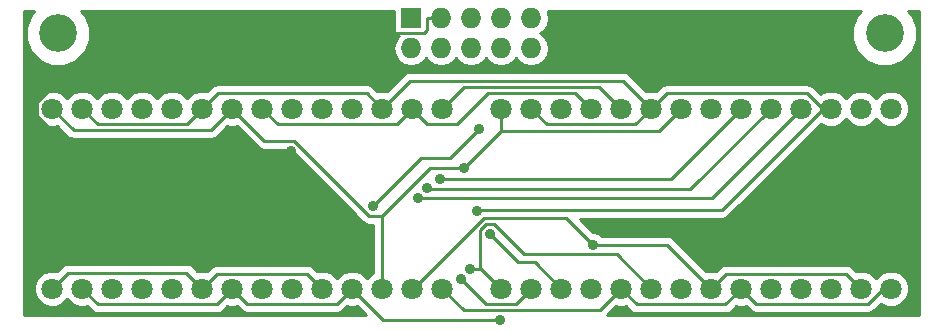
<source format=gtl>
%FSLAX34Y34*%
G04 Gerber Fmt 3.4, Leading zero omitted, Abs format*
G04 (created by PCBNEW (2014-04-07 BZR 4791)-product) date ons  9 apr 2014 20:42:48*
%MOIN*%
G01*
G70*
G90*
G04 APERTURE LIST*
%ADD10C,0.005906*%
%ADD11R,0.068000X0.068000*%
%ADD12O,0.068000X0.068000*%
%ADD13C,0.126000*%
%ADD14C,0.070866*%
%ADD15C,0.035000*%
%ADD16C,0.010000*%
G04 APERTURE END LIST*
G54D10*
G54D11*
X52724Y-34933D03*
G54D12*
X52724Y-35933D03*
X53724Y-34933D03*
X53724Y-35933D03*
X54724Y-34933D03*
X54724Y-35933D03*
X55724Y-34933D03*
X55724Y-35933D03*
X56724Y-34933D03*
X56724Y-35933D03*
G54D13*
X68503Y-35433D03*
X40944Y-35433D03*
G54D14*
X55716Y-43944D03*
X56716Y-43944D03*
X57716Y-43944D03*
X58716Y-43944D03*
X59716Y-43944D03*
X60716Y-43944D03*
X61716Y-43944D03*
X62716Y-43944D03*
X63716Y-43944D03*
X64716Y-43944D03*
X65716Y-43944D03*
X66716Y-43944D03*
X67716Y-43944D03*
X68716Y-43944D03*
X68716Y-37944D03*
X67716Y-37944D03*
X66716Y-37944D03*
X65716Y-37944D03*
X64716Y-37944D03*
X63716Y-37944D03*
X62716Y-37944D03*
X61716Y-37944D03*
X60716Y-37944D03*
X59716Y-37944D03*
X58716Y-37944D03*
X57716Y-37944D03*
X56716Y-37944D03*
X55716Y-37944D03*
X40755Y-43944D03*
X41755Y-43944D03*
X42755Y-43944D03*
X43755Y-43944D03*
X44755Y-43944D03*
X45755Y-43944D03*
X46755Y-43944D03*
X47755Y-43944D03*
X48755Y-43944D03*
X49755Y-43944D03*
X50755Y-43944D03*
X51755Y-43944D03*
X52755Y-43944D03*
X53755Y-43944D03*
X53755Y-37944D03*
X52755Y-37944D03*
X51755Y-37944D03*
X50755Y-37944D03*
X49755Y-37944D03*
X48755Y-37944D03*
X47755Y-37944D03*
X46755Y-37944D03*
X45755Y-37944D03*
X44755Y-37944D03*
X43755Y-37944D03*
X42755Y-37944D03*
X41755Y-37944D03*
X40755Y-37944D03*
G54D15*
X53666Y-40288D03*
X58772Y-42473D03*
X52947Y-40925D03*
X53258Y-40600D03*
X55338Y-42123D03*
X55678Y-44982D03*
X54369Y-43617D03*
X54688Y-43273D03*
X54899Y-41359D03*
X54472Y-39918D03*
X51454Y-41199D03*
X54989Y-38614D03*
X48702Y-39354D03*
G54D16*
X52242Y-38458D02*
X52755Y-37944D01*
X48269Y-38458D02*
X52242Y-38458D01*
X47755Y-37944D02*
X48269Y-38458D01*
X58198Y-37426D02*
X58716Y-37944D01*
X55272Y-37426D02*
X58198Y-37426D01*
X54247Y-38450D02*
X55272Y-37426D01*
X53261Y-38450D02*
X54247Y-38450D01*
X52755Y-37944D02*
X53261Y-38450D01*
X61372Y-40288D02*
X53666Y-40288D01*
X63716Y-37944D02*
X61372Y-40288D01*
X58997Y-37226D02*
X59716Y-37944D01*
X54474Y-37226D02*
X58997Y-37226D01*
X53755Y-37944D02*
X54474Y-37226D01*
X63221Y-43440D02*
X62716Y-43944D01*
X67212Y-43440D02*
X63221Y-43440D01*
X67716Y-43944D02*
X67212Y-43440D01*
X61245Y-42473D02*
X58772Y-42473D01*
X62716Y-43944D02*
X61245Y-42473D01*
X57877Y-41579D02*
X58772Y-42473D01*
X55139Y-41579D02*
X57877Y-41579D01*
X52773Y-43944D02*
X55139Y-41579D01*
X52755Y-43944D02*
X52773Y-43944D01*
X62735Y-40925D02*
X52947Y-40925D01*
X65716Y-37944D02*
X62735Y-40925D01*
X53292Y-40634D02*
X53258Y-40600D01*
X62027Y-40634D02*
X53292Y-40634D01*
X64716Y-37944D02*
X62027Y-40634D01*
X56281Y-43066D02*
X55338Y-42123D01*
X56838Y-43066D02*
X56281Y-43066D01*
X57716Y-43944D02*
X56838Y-43066D01*
X51793Y-44982D02*
X55678Y-44982D01*
X50755Y-43944D02*
X51793Y-44982D01*
X55209Y-44457D02*
X54369Y-43617D01*
X56203Y-44457D02*
X55209Y-44457D01*
X56716Y-43944D02*
X56203Y-44457D01*
X47261Y-44450D02*
X46755Y-43944D01*
X50250Y-44450D02*
X47261Y-44450D01*
X50755Y-43944D02*
X50250Y-44450D01*
X42277Y-44466D02*
X41755Y-43944D01*
X46234Y-44466D02*
X42277Y-44466D01*
X46755Y-43944D02*
X46234Y-44466D01*
X64221Y-44450D02*
X63716Y-43944D01*
X67944Y-44450D02*
X64221Y-44450D01*
X68449Y-43944D02*
X67944Y-44450D01*
X68716Y-43944D02*
X68449Y-43944D01*
X60238Y-44466D02*
X59716Y-43944D01*
X63194Y-44466D02*
X60238Y-44466D01*
X63716Y-43944D02*
X63194Y-44466D01*
X59003Y-44657D02*
X59716Y-43944D01*
X54468Y-44657D02*
X59003Y-44657D01*
X53755Y-43944D02*
X54468Y-44657D01*
X59570Y-42798D02*
X60716Y-43944D01*
X56473Y-42798D02*
X59570Y-42798D01*
X55466Y-41791D02*
X56473Y-42798D01*
X55210Y-41791D02*
X55466Y-41791D01*
X55011Y-41990D02*
X55210Y-41791D01*
X55011Y-43273D02*
X55011Y-41990D01*
X55045Y-43273D02*
X55011Y-43273D01*
X55716Y-43944D02*
X55045Y-43273D01*
X55011Y-43273D02*
X54688Y-43273D01*
X46260Y-43440D02*
X45755Y-43944D01*
X49251Y-43440D02*
X46260Y-43440D01*
X49755Y-43944D02*
X49251Y-43440D01*
X41284Y-43415D02*
X40755Y-43944D01*
X45226Y-43415D02*
X41284Y-43415D01*
X45755Y-43944D02*
X45226Y-43415D01*
X57238Y-38467D02*
X56716Y-37944D01*
X60194Y-38467D02*
X57238Y-38467D01*
X60716Y-37944D02*
X60194Y-38467D01*
X66451Y-37944D02*
X66448Y-37948D01*
X66716Y-37944D02*
X66451Y-37944D01*
X54942Y-41315D02*
X54899Y-41359D01*
X63080Y-41315D02*
X54942Y-41315D01*
X66448Y-37948D02*
X63080Y-41315D01*
X65928Y-37428D02*
X66448Y-37948D01*
X61232Y-37428D02*
X65928Y-37428D01*
X60716Y-37944D02*
X61232Y-37428D01*
X59783Y-37011D02*
X60716Y-37944D01*
X52689Y-37011D02*
X59783Y-37011D01*
X51755Y-37944D02*
X52689Y-37011D01*
X45240Y-38460D02*
X45755Y-37944D01*
X42271Y-38460D02*
X45240Y-38460D01*
X41755Y-37944D02*
X42271Y-38460D01*
X51242Y-37431D02*
X51755Y-37944D01*
X46269Y-37431D02*
X51242Y-37431D01*
X45755Y-37944D02*
X46269Y-37431D01*
X41471Y-38660D02*
X40755Y-37944D01*
X46040Y-38660D02*
X41471Y-38660D01*
X46755Y-37944D02*
X46040Y-38660D01*
X60987Y-38674D02*
X61716Y-37944D01*
X55716Y-38674D02*
X60987Y-38674D01*
X55716Y-37944D02*
X55716Y-38674D01*
X55716Y-38674D02*
X54472Y-39918D01*
X51319Y-41524D02*
X51755Y-41524D01*
X51129Y-41334D02*
X51319Y-41524D01*
X51129Y-41315D02*
X51129Y-41334D01*
X48827Y-39013D02*
X51129Y-41315D01*
X47824Y-39013D02*
X48827Y-39013D01*
X46755Y-37944D02*
X47824Y-39013D01*
X51755Y-43944D02*
X51755Y-41524D01*
X54472Y-39918D02*
X54472Y-39918D01*
X53362Y-39918D02*
X54472Y-39918D01*
X51755Y-41524D02*
X53362Y-39918D01*
X54010Y-39593D02*
X54989Y-38614D01*
X53060Y-39593D02*
X54010Y-39593D01*
X51454Y-41199D02*
X53060Y-39593D01*
X53724Y-34933D02*
X53234Y-34933D01*
X41427Y-39354D02*
X48702Y-39354D01*
X40249Y-38176D02*
X41427Y-39354D01*
X40249Y-37720D02*
X40249Y-38176D01*
X42546Y-35423D02*
X40249Y-37720D01*
X53142Y-35423D02*
X42546Y-35423D01*
X53234Y-35331D02*
X53142Y-35423D01*
X53234Y-34933D02*
X53234Y-35331D01*
G54D10*
G36*
X53782Y-34983D02*
X53774Y-34983D01*
X53774Y-34990D01*
X53674Y-34990D01*
X53674Y-34983D01*
X53666Y-34983D01*
X53666Y-34883D01*
X53674Y-34883D01*
X53674Y-34875D01*
X53774Y-34875D01*
X53774Y-34883D01*
X53782Y-34883D01*
X53782Y-34983D01*
X53782Y-34983D01*
G37*
G54D16*
X53782Y-34983D02*
X53774Y-34983D01*
X53774Y-34990D01*
X53674Y-34990D01*
X53674Y-34983D01*
X53666Y-34983D01*
X53666Y-34883D01*
X53674Y-34883D01*
X53674Y-34875D01*
X53774Y-34875D01*
X53774Y-34883D01*
X53782Y-34883D01*
X53782Y-34983D01*
G54D10*
G36*
X69635Y-44831D02*
X59253Y-44831D01*
X59553Y-44531D01*
X59595Y-44549D01*
X59836Y-44549D01*
X59879Y-44531D01*
X60026Y-44678D01*
X60123Y-44743D01*
X60123Y-44743D01*
X60238Y-44766D01*
X63194Y-44766D01*
X63194Y-44766D01*
X63309Y-44743D01*
X63309Y-44743D01*
X63407Y-44678D01*
X63553Y-44531D01*
X63595Y-44549D01*
X63836Y-44549D01*
X63879Y-44531D01*
X64009Y-44662D01*
X64107Y-44727D01*
X64221Y-44750D01*
X67944Y-44750D01*
X67944Y-44750D01*
X68059Y-44727D01*
X68059Y-44727D01*
X68156Y-44662D01*
X68367Y-44451D01*
X68373Y-44456D01*
X68595Y-44549D01*
X68836Y-44549D01*
X69058Y-44457D01*
X69228Y-44287D01*
X69320Y-44065D01*
X69320Y-43825D01*
X69229Y-43603D01*
X69059Y-43432D01*
X68837Y-43340D01*
X68596Y-43340D01*
X68374Y-43432D01*
X68216Y-43590D01*
X68059Y-43432D01*
X67837Y-43340D01*
X67596Y-43340D01*
X67554Y-43358D01*
X67424Y-43228D01*
X67326Y-43163D01*
X67212Y-43140D01*
X63221Y-43140D01*
X63106Y-43163D01*
X63008Y-43228D01*
X62879Y-43358D01*
X62837Y-43340D01*
X62596Y-43340D01*
X62554Y-43358D01*
X61457Y-42261D01*
X61359Y-42196D01*
X61245Y-42173D01*
X59073Y-42173D01*
X59013Y-42113D01*
X58857Y-42048D01*
X58771Y-42048D01*
X58338Y-41615D01*
X63080Y-41615D01*
X63080Y-41615D01*
X63195Y-41592D01*
X63195Y-41592D01*
X63292Y-41527D01*
X66368Y-38451D01*
X66373Y-38456D01*
X66595Y-38549D01*
X66836Y-38549D01*
X67058Y-38457D01*
X67216Y-38299D01*
X67373Y-38456D01*
X67595Y-38549D01*
X67836Y-38549D01*
X68058Y-38457D01*
X68216Y-38299D01*
X68373Y-38456D01*
X68595Y-38549D01*
X68836Y-38549D01*
X69058Y-38457D01*
X69228Y-38287D01*
X69320Y-38065D01*
X69320Y-37825D01*
X69229Y-37603D01*
X69059Y-37432D01*
X68837Y-37340D01*
X68596Y-37340D01*
X68374Y-37432D01*
X68216Y-37590D01*
X68059Y-37432D01*
X67837Y-37340D01*
X67596Y-37340D01*
X67374Y-37432D01*
X67216Y-37590D01*
X67059Y-37432D01*
X66837Y-37340D01*
X66596Y-37340D01*
X66374Y-37432D01*
X66365Y-37441D01*
X66140Y-37216D01*
X66090Y-37182D01*
X66043Y-37151D01*
X66043Y-37151D01*
X66043Y-37151D01*
X65991Y-37141D01*
X65928Y-37128D01*
X61232Y-37128D01*
X61117Y-37151D01*
X61020Y-37216D01*
X60879Y-37358D01*
X60837Y-37340D01*
X60596Y-37340D01*
X60554Y-37358D01*
X59995Y-36799D01*
X59897Y-36734D01*
X59783Y-36711D01*
X52689Y-36711D01*
X52574Y-36734D01*
X52477Y-36799D01*
X51918Y-37358D01*
X51876Y-37340D01*
X51636Y-37340D01*
X51593Y-37358D01*
X51454Y-37219D01*
X51357Y-37154D01*
X51242Y-37131D01*
X46269Y-37131D01*
X46154Y-37154D01*
X46057Y-37219D01*
X45918Y-37358D01*
X45876Y-37340D01*
X45636Y-37340D01*
X45414Y-37432D01*
X45255Y-37590D01*
X45098Y-37432D01*
X44876Y-37340D01*
X44636Y-37340D01*
X44414Y-37432D01*
X44255Y-37590D01*
X44098Y-37432D01*
X43876Y-37340D01*
X43636Y-37340D01*
X43414Y-37432D01*
X43255Y-37590D01*
X43098Y-37432D01*
X42876Y-37340D01*
X42636Y-37340D01*
X42414Y-37432D01*
X42255Y-37590D01*
X42098Y-37432D01*
X41876Y-37340D01*
X41636Y-37340D01*
X41414Y-37432D01*
X41255Y-37590D01*
X41098Y-37432D01*
X40876Y-37340D01*
X40636Y-37340D01*
X40414Y-37432D01*
X40243Y-37602D01*
X40151Y-37824D01*
X40151Y-38064D01*
X40243Y-38286D01*
X40413Y-38456D01*
X40635Y-38549D01*
X40875Y-38549D01*
X40918Y-38531D01*
X41259Y-38872D01*
X41317Y-38911D01*
X41356Y-38937D01*
X41356Y-38937D01*
X41471Y-38960D01*
X46040Y-38960D01*
X46040Y-38960D01*
X46155Y-38937D01*
X46155Y-38937D01*
X46252Y-38872D01*
X46593Y-38531D01*
X46635Y-38549D01*
X46875Y-38549D01*
X46918Y-38531D01*
X47612Y-39225D01*
X47612Y-39225D01*
X47710Y-39290D01*
X47824Y-39313D01*
X48703Y-39313D01*
X50880Y-41491D01*
X50880Y-41491D01*
X50917Y-41546D01*
X51107Y-41736D01*
X51205Y-41801D01*
X51205Y-41801D01*
X51319Y-41824D01*
X51455Y-41824D01*
X51455Y-43414D01*
X51414Y-43432D01*
X51255Y-43590D01*
X51098Y-43432D01*
X50876Y-43340D01*
X50636Y-43340D01*
X50414Y-43432D01*
X50255Y-43590D01*
X50098Y-43432D01*
X49876Y-43340D01*
X49636Y-43340D01*
X49593Y-43358D01*
X49463Y-43228D01*
X49366Y-43163D01*
X49251Y-43140D01*
X46260Y-43140D01*
X46145Y-43163D01*
X46106Y-43189D01*
X46048Y-43228D01*
X45918Y-43358D01*
X45876Y-43340D01*
X45636Y-43340D01*
X45593Y-43358D01*
X45439Y-43203D01*
X45341Y-43138D01*
X45226Y-43115D01*
X41284Y-43115D01*
X41170Y-43138D01*
X41072Y-43203D01*
X40918Y-43358D01*
X40876Y-43340D01*
X40636Y-43340D01*
X40414Y-43432D01*
X40243Y-43602D01*
X40151Y-43824D01*
X40151Y-44064D01*
X40243Y-44286D01*
X40413Y-44456D01*
X40635Y-44549D01*
X40875Y-44549D01*
X41097Y-44457D01*
X41256Y-44299D01*
X41413Y-44456D01*
X41635Y-44549D01*
X41875Y-44549D01*
X41918Y-44531D01*
X42065Y-44678D01*
X42162Y-44743D01*
X42162Y-44743D01*
X42277Y-44766D01*
X46234Y-44766D01*
X46234Y-44766D01*
X46349Y-44743D01*
X46349Y-44743D01*
X46446Y-44678D01*
X46593Y-44531D01*
X46635Y-44549D01*
X46875Y-44549D01*
X46918Y-44531D01*
X47049Y-44662D01*
X47146Y-44727D01*
X47261Y-44750D01*
X50250Y-44750D01*
X50250Y-44750D01*
X50365Y-44727D01*
X50365Y-44727D01*
X50462Y-44662D01*
X50593Y-44531D01*
X50635Y-44549D01*
X50875Y-44549D01*
X50918Y-44531D01*
X51218Y-44831D01*
X39813Y-44831D01*
X39813Y-34695D01*
X40163Y-34695D01*
X40034Y-34823D01*
X39871Y-35218D01*
X39870Y-35645D01*
X40033Y-36040D01*
X40335Y-36343D01*
X40730Y-36506D01*
X41157Y-36507D01*
X41552Y-36344D01*
X41854Y-36042D01*
X42018Y-35647D01*
X42019Y-35220D01*
X41855Y-34825D01*
X41726Y-34695D01*
X52134Y-34695D01*
X52134Y-35322D01*
X52172Y-35414D01*
X52242Y-35485D01*
X52303Y-35510D01*
X52295Y-35515D01*
X52167Y-35707D01*
X52122Y-35933D01*
X52167Y-36158D01*
X52295Y-36350D01*
X52487Y-36478D01*
X52712Y-36523D01*
X52735Y-36523D01*
X52961Y-36478D01*
X53153Y-36350D01*
X53224Y-36243D01*
X53295Y-36350D01*
X53487Y-36478D01*
X53712Y-36523D01*
X53735Y-36523D01*
X53961Y-36478D01*
X54153Y-36350D01*
X54224Y-36243D01*
X54295Y-36350D01*
X54487Y-36478D01*
X54712Y-36523D01*
X54735Y-36523D01*
X54961Y-36478D01*
X55153Y-36350D01*
X55224Y-36243D01*
X55295Y-36350D01*
X55487Y-36478D01*
X55712Y-36523D01*
X55735Y-36523D01*
X55961Y-36478D01*
X56153Y-36350D01*
X56224Y-36243D01*
X56295Y-36350D01*
X56487Y-36478D01*
X56712Y-36523D01*
X56735Y-36523D01*
X56961Y-36478D01*
X57153Y-36350D01*
X57281Y-36158D01*
X57325Y-35933D01*
X57281Y-35707D01*
X57153Y-35515D01*
X57029Y-35433D01*
X57153Y-35350D01*
X57281Y-35158D01*
X57325Y-34933D01*
X57281Y-34707D01*
X57273Y-34695D01*
X67722Y-34695D01*
X67593Y-34823D01*
X67430Y-35218D01*
X67429Y-35645D01*
X67592Y-36040D01*
X67894Y-36343D01*
X68289Y-36506D01*
X68716Y-36507D01*
X69111Y-36344D01*
X69413Y-36042D01*
X69577Y-35647D01*
X69578Y-35220D01*
X69414Y-34825D01*
X69285Y-34695D01*
X69635Y-34695D01*
X69635Y-44831D01*
X69635Y-44831D01*
G37*
G54D16*
X69635Y-44831D02*
X59253Y-44831D01*
X59553Y-44531D01*
X59595Y-44549D01*
X59836Y-44549D01*
X59879Y-44531D01*
X60026Y-44678D01*
X60123Y-44743D01*
X60123Y-44743D01*
X60238Y-44766D01*
X63194Y-44766D01*
X63194Y-44766D01*
X63309Y-44743D01*
X63309Y-44743D01*
X63407Y-44678D01*
X63553Y-44531D01*
X63595Y-44549D01*
X63836Y-44549D01*
X63879Y-44531D01*
X64009Y-44662D01*
X64107Y-44727D01*
X64221Y-44750D01*
X67944Y-44750D01*
X67944Y-44750D01*
X68059Y-44727D01*
X68059Y-44727D01*
X68156Y-44662D01*
X68367Y-44451D01*
X68373Y-44456D01*
X68595Y-44549D01*
X68836Y-44549D01*
X69058Y-44457D01*
X69228Y-44287D01*
X69320Y-44065D01*
X69320Y-43825D01*
X69229Y-43603D01*
X69059Y-43432D01*
X68837Y-43340D01*
X68596Y-43340D01*
X68374Y-43432D01*
X68216Y-43590D01*
X68059Y-43432D01*
X67837Y-43340D01*
X67596Y-43340D01*
X67554Y-43358D01*
X67424Y-43228D01*
X67326Y-43163D01*
X67212Y-43140D01*
X63221Y-43140D01*
X63106Y-43163D01*
X63008Y-43228D01*
X62879Y-43358D01*
X62837Y-43340D01*
X62596Y-43340D01*
X62554Y-43358D01*
X61457Y-42261D01*
X61359Y-42196D01*
X61245Y-42173D01*
X59073Y-42173D01*
X59013Y-42113D01*
X58857Y-42048D01*
X58771Y-42048D01*
X58338Y-41615D01*
X63080Y-41615D01*
X63080Y-41615D01*
X63195Y-41592D01*
X63195Y-41592D01*
X63292Y-41527D01*
X66368Y-38451D01*
X66373Y-38456D01*
X66595Y-38549D01*
X66836Y-38549D01*
X67058Y-38457D01*
X67216Y-38299D01*
X67373Y-38456D01*
X67595Y-38549D01*
X67836Y-38549D01*
X68058Y-38457D01*
X68216Y-38299D01*
X68373Y-38456D01*
X68595Y-38549D01*
X68836Y-38549D01*
X69058Y-38457D01*
X69228Y-38287D01*
X69320Y-38065D01*
X69320Y-37825D01*
X69229Y-37603D01*
X69059Y-37432D01*
X68837Y-37340D01*
X68596Y-37340D01*
X68374Y-37432D01*
X68216Y-37590D01*
X68059Y-37432D01*
X67837Y-37340D01*
X67596Y-37340D01*
X67374Y-37432D01*
X67216Y-37590D01*
X67059Y-37432D01*
X66837Y-37340D01*
X66596Y-37340D01*
X66374Y-37432D01*
X66365Y-37441D01*
X66140Y-37216D01*
X66090Y-37182D01*
X66043Y-37151D01*
X66043Y-37151D01*
X66043Y-37151D01*
X65991Y-37141D01*
X65928Y-37128D01*
X61232Y-37128D01*
X61117Y-37151D01*
X61020Y-37216D01*
X60879Y-37358D01*
X60837Y-37340D01*
X60596Y-37340D01*
X60554Y-37358D01*
X59995Y-36799D01*
X59897Y-36734D01*
X59783Y-36711D01*
X52689Y-36711D01*
X52574Y-36734D01*
X52477Y-36799D01*
X51918Y-37358D01*
X51876Y-37340D01*
X51636Y-37340D01*
X51593Y-37358D01*
X51454Y-37219D01*
X51357Y-37154D01*
X51242Y-37131D01*
X46269Y-37131D01*
X46154Y-37154D01*
X46057Y-37219D01*
X45918Y-37358D01*
X45876Y-37340D01*
X45636Y-37340D01*
X45414Y-37432D01*
X45255Y-37590D01*
X45098Y-37432D01*
X44876Y-37340D01*
X44636Y-37340D01*
X44414Y-37432D01*
X44255Y-37590D01*
X44098Y-37432D01*
X43876Y-37340D01*
X43636Y-37340D01*
X43414Y-37432D01*
X43255Y-37590D01*
X43098Y-37432D01*
X42876Y-37340D01*
X42636Y-37340D01*
X42414Y-37432D01*
X42255Y-37590D01*
X42098Y-37432D01*
X41876Y-37340D01*
X41636Y-37340D01*
X41414Y-37432D01*
X41255Y-37590D01*
X41098Y-37432D01*
X40876Y-37340D01*
X40636Y-37340D01*
X40414Y-37432D01*
X40243Y-37602D01*
X40151Y-37824D01*
X40151Y-38064D01*
X40243Y-38286D01*
X40413Y-38456D01*
X40635Y-38549D01*
X40875Y-38549D01*
X40918Y-38531D01*
X41259Y-38872D01*
X41317Y-38911D01*
X41356Y-38937D01*
X41356Y-38937D01*
X41471Y-38960D01*
X46040Y-38960D01*
X46040Y-38960D01*
X46155Y-38937D01*
X46155Y-38937D01*
X46252Y-38872D01*
X46593Y-38531D01*
X46635Y-38549D01*
X46875Y-38549D01*
X46918Y-38531D01*
X47612Y-39225D01*
X47612Y-39225D01*
X47710Y-39290D01*
X47824Y-39313D01*
X48703Y-39313D01*
X50880Y-41491D01*
X50880Y-41491D01*
X50917Y-41546D01*
X51107Y-41736D01*
X51205Y-41801D01*
X51205Y-41801D01*
X51319Y-41824D01*
X51455Y-41824D01*
X51455Y-43414D01*
X51414Y-43432D01*
X51255Y-43590D01*
X51098Y-43432D01*
X50876Y-43340D01*
X50636Y-43340D01*
X50414Y-43432D01*
X50255Y-43590D01*
X50098Y-43432D01*
X49876Y-43340D01*
X49636Y-43340D01*
X49593Y-43358D01*
X49463Y-43228D01*
X49366Y-43163D01*
X49251Y-43140D01*
X46260Y-43140D01*
X46145Y-43163D01*
X46106Y-43189D01*
X46048Y-43228D01*
X45918Y-43358D01*
X45876Y-43340D01*
X45636Y-43340D01*
X45593Y-43358D01*
X45439Y-43203D01*
X45341Y-43138D01*
X45226Y-43115D01*
X41284Y-43115D01*
X41170Y-43138D01*
X41072Y-43203D01*
X40918Y-43358D01*
X40876Y-43340D01*
X40636Y-43340D01*
X40414Y-43432D01*
X40243Y-43602D01*
X40151Y-43824D01*
X40151Y-44064D01*
X40243Y-44286D01*
X40413Y-44456D01*
X40635Y-44549D01*
X40875Y-44549D01*
X41097Y-44457D01*
X41256Y-44299D01*
X41413Y-44456D01*
X41635Y-44549D01*
X41875Y-44549D01*
X41918Y-44531D01*
X42065Y-44678D01*
X42162Y-44743D01*
X42162Y-44743D01*
X42277Y-44766D01*
X46234Y-44766D01*
X46234Y-44766D01*
X46349Y-44743D01*
X46349Y-44743D01*
X46446Y-44678D01*
X46593Y-44531D01*
X46635Y-44549D01*
X46875Y-44549D01*
X46918Y-44531D01*
X47049Y-44662D01*
X47146Y-44727D01*
X47261Y-44750D01*
X50250Y-44750D01*
X50250Y-44750D01*
X50365Y-44727D01*
X50365Y-44727D01*
X50462Y-44662D01*
X50593Y-44531D01*
X50635Y-44549D01*
X50875Y-44549D01*
X50918Y-44531D01*
X51218Y-44831D01*
X39813Y-44831D01*
X39813Y-34695D01*
X40163Y-34695D01*
X40034Y-34823D01*
X39871Y-35218D01*
X39870Y-35645D01*
X40033Y-36040D01*
X40335Y-36343D01*
X40730Y-36506D01*
X41157Y-36507D01*
X41552Y-36344D01*
X41854Y-36042D01*
X42018Y-35647D01*
X42019Y-35220D01*
X41855Y-34825D01*
X41726Y-34695D01*
X52134Y-34695D01*
X52134Y-35322D01*
X52172Y-35414D01*
X52242Y-35485D01*
X52303Y-35510D01*
X52295Y-35515D01*
X52167Y-35707D01*
X52122Y-35933D01*
X52167Y-36158D01*
X52295Y-36350D01*
X52487Y-36478D01*
X52712Y-36523D01*
X52735Y-36523D01*
X52961Y-36478D01*
X53153Y-36350D01*
X53224Y-36243D01*
X53295Y-36350D01*
X53487Y-36478D01*
X53712Y-36523D01*
X53735Y-36523D01*
X53961Y-36478D01*
X54153Y-36350D01*
X54224Y-36243D01*
X54295Y-36350D01*
X54487Y-36478D01*
X54712Y-36523D01*
X54735Y-36523D01*
X54961Y-36478D01*
X55153Y-36350D01*
X55224Y-36243D01*
X55295Y-36350D01*
X55487Y-36478D01*
X55712Y-36523D01*
X55735Y-36523D01*
X55961Y-36478D01*
X56153Y-36350D01*
X56224Y-36243D01*
X56295Y-36350D01*
X56487Y-36478D01*
X56712Y-36523D01*
X56735Y-36523D01*
X56961Y-36478D01*
X57153Y-36350D01*
X57281Y-36158D01*
X57325Y-35933D01*
X57281Y-35707D01*
X57153Y-35515D01*
X57029Y-35433D01*
X57153Y-35350D01*
X57281Y-35158D01*
X57325Y-34933D01*
X57281Y-34707D01*
X57273Y-34695D01*
X67722Y-34695D01*
X67593Y-34823D01*
X67430Y-35218D01*
X67429Y-35645D01*
X67592Y-36040D01*
X67894Y-36343D01*
X68289Y-36506D01*
X68716Y-36507D01*
X69111Y-36344D01*
X69413Y-36042D01*
X69577Y-35647D01*
X69578Y-35220D01*
X69414Y-34825D01*
X69285Y-34695D01*
X69635Y-34695D01*
X69635Y-44831D01*
M02*

</source>
